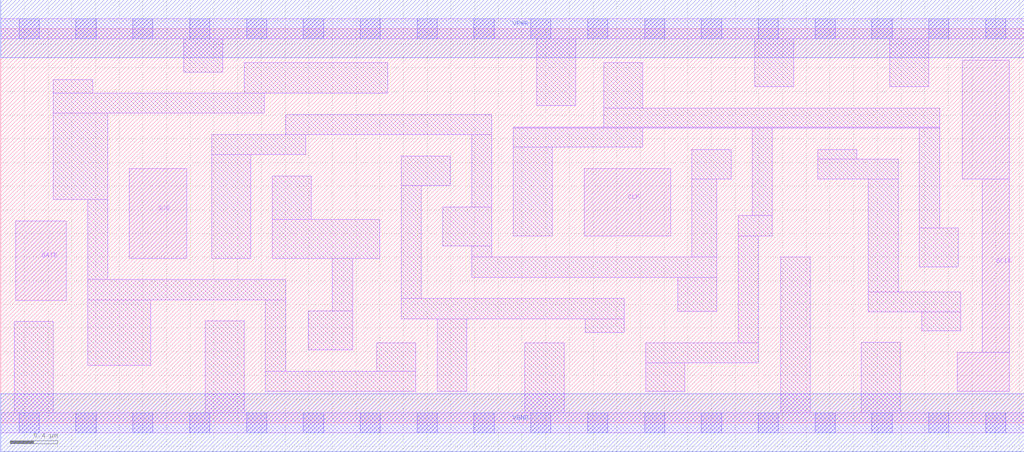
<source format=lef>
# Copyright 2020 The SkyWater PDK Authors
#
# Licensed under the Apache License, Version 2.0 (the "License");
# you may not use this file except in compliance with the License.
# You may obtain a copy of the License at
#
#     https://www.apache.org/licenses/LICENSE-2.0
#
# Unless required by applicable law or agreed to in writing, software
# distributed under the License is distributed on an "AS IS" BASIS,
# WITHOUT WARRANTIES OR CONDITIONS OF ANY KIND, either express or implied.
# See the License for the specific language governing permissions and
# limitations under the License.
#
# SPDX-License-Identifier: Apache-2.0

VERSION 5.7 ;
  NAMESCASESENSITIVE ON ;
  NOWIREEXTENSIONATPIN ON ;
  DIVIDERCHAR "/" ;
  BUSBITCHARS "[]" ;
UNITS
  DATABASE MICRONS 200 ;
END UNITS
MACRO sky130_fd_sc_lp__sdlclkp_lp
  CLASS CORE ;
  SOURCE USER ;
  FOREIGN sky130_fd_sc_lp__sdlclkp_lp ;
  ORIGIN  0.000000  0.000000 ;
  SIZE  8.640000 BY  3.330000 ;
  SYMMETRY X Y R90 ;
  SITE unit ;
  PIN GATE
    ANTENNAGATEAREA  0.376000 ;
    DIRECTION INPUT ;
    USE SIGNAL ;
    PORT
      LAYER li1 ;
        RECT 0.125000 1.035000 0.555000 1.705000 ;
    END
  END GATE
  PIN GCLK
    ANTENNADIFFAREA  0.404700 ;
    DIRECTION OUTPUT ;
    USE SIGNAL ;
    PORT
      LAYER li1 ;
        RECT 8.075000 0.265000 8.515000 0.595000 ;
        RECT 8.115000 2.060000 8.515000 3.065000 ;
        RECT 8.285000 0.595000 8.515000 2.060000 ;
    END
  END GCLK
  PIN SCE
    ANTENNAGATEAREA  0.376000 ;
    DIRECTION INPUT ;
    USE SIGNAL ;
    PORT
      LAYER li1 ;
        RECT 1.085000 1.390000 1.570000 2.150000 ;
    END
  END SCE
  PIN CLK
    ANTENNAGATEAREA  0.689000 ;
    DIRECTION INPUT ;
    USE CLOCK ;
    PORT
      LAYER li1 ;
        RECT 4.925000 1.580000 5.655000 2.150000 ;
    END
  END CLK
  PIN VGND
    DIRECTION INOUT ;
    USE GROUND ;
    PORT
      LAYER met1 ;
        RECT 0.000000 -0.245000 8.640000 0.245000 ;
    END
  END VGND
  PIN VPWR
    DIRECTION INOUT ;
    USE POWER ;
    PORT
      LAYER met1 ;
        RECT 0.000000 3.085000 8.640000 3.575000 ;
    END
  END VPWR
  OBS
    LAYER li1 ;
      RECT 0.000000 -0.085000 8.640000 0.085000 ;
      RECT 0.000000  3.245000 8.640000 3.415000 ;
      RECT 0.115000  0.085000 0.445000 0.855000 ;
      RECT 0.445000  1.885000 0.905000 2.615000 ;
      RECT 0.445000  2.615000 2.225000 2.785000 ;
      RECT 0.445000  2.785000 0.775000 2.900000 ;
      RECT 0.735000  0.485000 1.265000 1.040000 ;
      RECT 0.735000  1.040000 2.405000 1.210000 ;
      RECT 0.735000  1.210000 0.905000 1.885000 ;
      RECT 1.545000  2.965000 1.875000 3.245000 ;
      RECT 1.725000  0.085000 2.055000 0.860000 ;
      RECT 1.780000  1.390000 2.110000 2.265000 ;
      RECT 1.780000  2.265000 2.575000 2.435000 ;
      RECT 2.055000  2.785000 3.265000 3.045000 ;
      RECT 2.235000  0.265000 3.505000 0.435000 ;
      RECT 2.235000  0.435000 2.405000 1.040000 ;
      RECT 2.290000  1.390000 3.200000 1.720000 ;
      RECT 2.290000  1.720000 2.620000 2.085000 ;
      RECT 2.405000  2.435000 4.145000 2.605000 ;
      RECT 2.595000  0.615000 2.970000 0.945000 ;
      RECT 2.800000  0.945000 2.970000 1.390000 ;
      RECT 3.175000  0.435000 3.505000 0.675000 ;
      RECT 3.380000  0.880000 5.265000 1.050000 ;
      RECT 3.380000  1.050000 3.550000 2.005000 ;
      RECT 3.380000  2.005000 3.795000 2.255000 ;
      RECT 3.685000  0.265000 3.935000 0.880000 ;
      RECT 3.730000  1.495000 4.145000 1.825000 ;
      RECT 3.975000  1.230000 6.045000 1.400000 ;
      RECT 3.975000  1.400000 4.145000 1.495000 ;
      RECT 3.975000  1.825000 4.145000 2.435000 ;
      RECT 4.325000  1.580000 4.655000 2.330000 ;
      RECT 4.325000  2.330000 5.420000 2.490000 ;
      RECT 4.325000  2.490000 7.925000 2.500000 ;
      RECT 4.425000  0.085000 4.755000 0.675000 ;
      RECT 4.525000  2.680000 4.855000 3.245000 ;
      RECT 4.935000  0.765000 5.265000 0.880000 ;
      RECT 5.090000  2.500000 7.925000 2.660000 ;
      RECT 5.090000  2.660000 5.420000 3.045000 ;
      RECT 5.445000  0.265000 5.775000 0.505000 ;
      RECT 5.445000  0.505000 6.395000 0.675000 ;
      RECT 5.715000  0.940000 6.045000 1.230000 ;
      RECT 5.835000  1.400000 6.045000 2.060000 ;
      RECT 5.835000  2.060000 6.165000 2.310000 ;
      RECT 6.225000  0.675000 6.395000 1.580000 ;
      RECT 6.225000  1.580000 6.515000 1.750000 ;
      RECT 6.345000  1.750000 6.515000 2.490000 ;
      RECT 6.365000  2.840000 6.695000 3.245000 ;
      RECT 6.585000  0.085000 6.835000 1.400000 ;
      RECT 6.895000  2.060000 7.575000 2.230000 ;
      RECT 6.895000  2.230000 7.225000 2.310000 ;
      RECT 7.265000  0.085000 7.595000 0.680000 ;
      RECT 7.325000  0.935000 8.105000 1.105000 ;
      RECT 7.325000  1.105000 7.575000 2.060000 ;
      RECT 7.505000  2.840000 7.835000 3.245000 ;
      RECT 7.755000  1.315000 8.085000 1.645000 ;
      RECT 7.755000  1.645000 7.925000 2.490000 ;
      RECT 7.775000  0.775000 8.105000 0.935000 ;
    LAYER mcon ;
      RECT 0.155000 -0.085000 0.325000 0.085000 ;
      RECT 0.155000  3.245000 0.325000 3.415000 ;
      RECT 0.635000 -0.085000 0.805000 0.085000 ;
      RECT 0.635000  3.245000 0.805000 3.415000 ;
      RECT 1.115000 -0.085000 1.285000 0.085000 ;
      RECT 1.115000  3.245000 1.285000 3.415000 ;
      RECT 1.595000 -0.085000 1.765000 0.085000 ;
      RECT 1.595000  3.245000 1.765000 3.415000 ;
      RECT 2.075000 -0.085000 2.245000 0.085000 ;
      RECT 2.075000  3.245000 2.245000 3.415000 ;
      RECT 2.555000 -0.085000 2.725000 0.085000 ;
      RECT 2.555000  3.245000 2.725000 3.415000 ;
      RECT 3.035000 -0.085000 3.205000 0.085000 ;
      RECT 3.035000  3.245000 3.205000 3.415000 ;
      RECT 3.515000 -0.085000 3.685000 0.085000 ;
      RECT 3.515000  3.245000 3.685000 3.415000 ;
      RECT 3.995000 -0.085000 4.165000 0.085000 ;
      RECT 3.995000  3.245000 4.165000 3.415000 ;
      RECT 4.475000 -0.085000 4.645000 0.085000 ;
      RECT 4.475000  3.245000 4.645000 3.415000 ;
      RECT 4.955000 -0.085000 5.125000 0.085000 ;
      RECT 4.955000  3.245000 5.125000 3.415000 ;
      RECT 5.435000 -0.085000 5.605000 0.085000 ;
      RECT 5.435000  3.245000 5.605000 3.415000 ;
      RECT 5.915000 -0.085000 6.085000 0.085000 ;
      RECT 5.915000  3.245000 6.085000 3.415000 ;
      RECT 6.395000 -0.085000 6.565000 0.085000 ;
      RECT 6.395000  3.245000 6.565000 3.415000 ;
      RECT 6.875000 -0.085000 7.045000 0.085000 ;
      RECT 6.875000  3.245000 7.045000 3.415000 ;
      RECT 7.355000 -0.085000 7.525000 0.085000 ;
      RECT 7.355000  3.245000 7.525000 3.415000 ;
      RECT 7.835000 -0.085000 8.005000 0.085000 ;
      RECT 7.835000  3.245000 8.005000 3.415000 ;
      RECT 8.315000 -0.085000 8.485000 0.085000 ;
      RECT 8.315000  3.245000 8.485000 3.415000 ;
  END
END sky130_fd_sc_lp__sdlclkp_lp
END LIBRARY

</source>
